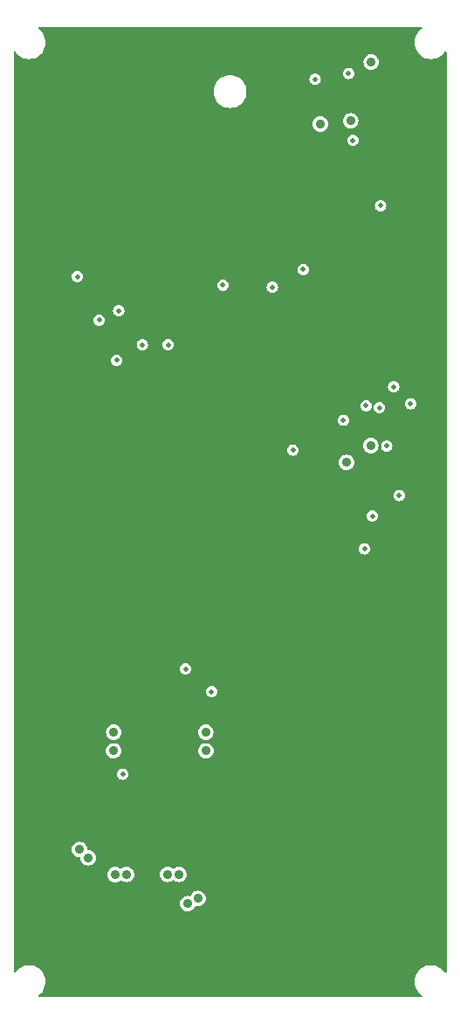
<source format=gbr>
%TF.GenerationSoftware,KiCad,Pcbnew,7.0.6*%
%TF.CreationDate,2023-12-03T11:26:54-05:00*%
%TF.ProjectId,oe-commutator-controller,6f652d63-6f6d-46d7-9574-61746f722d63,C*%
%TF.SameCoordinates,Original*%
%TF.FileFunction,Copper,L3,Inr*%
%TF.FilePolarity,Positive*%
%FSLAX46Y46*%
G04 Gerber Fmt 4.6, Leading zero omitted, Abs format (unit mm)*
G04 Created by KiCad (PCBNEW 7.0.6) date 2023-12-03 11:26:54*
%MOMM*%
%LPD*%
G01*
G04 APERTURE LIST*
%TA.AperFunction,ViaPad*%
%ADD10C,0.900000*%
%TD*%
%TA.AperFunction,ViaPad*%
%ADD11C,0.500000*%
%TD*%
G04 APERTURE END LIST*
D10*
%TO.N,/OB2*%
X108900000Y-134200000D03*
%TO.N,/OA1*%
X120400000Y-138950000D03*
X119400000Y-139450000D03*
%TO.N,/OA2*%
X118550000Y-136600000D03*
%TO.N,/OB1*%
X113450000Y-136600000D03*
%TO.N,VCC*%
X135200000Y-63600000D03*
X137200000Y-57900000D03*
X132250500Y-63900000D03*
D11*
%TO.N,GND*%
X127466568Y-106232072D03*
X115000000Y-123250000D03*
X122200000Y-140600000D03*
X137700000Y-99000000D03*
X120000000Y-64300000D03*
X127400000Y-123100000D03*
X110050000Y-127600000D03*
X109100000Y-120000000D03*
X115900000Y-124750000D03*
X126900000Y-122000000D03*
X139000000Y-125600000D03*
X118400000Y-125500000D03*
X122200000Y-117900000D03*
X138200000Y-109600000D03*
X129800000Y-90900000D03*
X131000000Y-142000000D03*
X133000000Y-106500000D03*
X113800000Y-79600000D03*
X115000000Y-122500000D03*
X129900000Y-89600000D03*
X139300000Y-141400000D03*
X140600000Y-66200000D03*
X141200000Y-120100000D03*
X110300000Y-74600000D03*
X139600000Y-73000000D03*
X115250000Y-131550000D03*
X113550000Y-132800000D03*
X121800000Y-127000000D03*
X108200000Y-138200000D03*
X132000000Y-144800000D03*
X111950000Y-131300000D03*
X124200000Y-123900000D03*
X124300000Y-115600000D03*
X117500000Y-125500000D03*
X108400000Y-85650000D03*
X118000000Y-138200000D03*
X138600000Y-64400000D03*
X139700000Y-122500000D03*
X113400000Y-144800000D03*
X116700000Y-125500000D03*
X115000000Y-124000000D03*
X139800000Y-113800000D03*
X111100000Y-120400000D03*
X115800000Y-143000000D03*
X124050000Y-126600000D03*
X134200000Y-60000000D03*
X105850000Y-124500000D03*
X113300000Y-129200000D03*
X119200000Y-135000000D03*
X118400000Y-124000000D03*
X129100000Y-58700000D03*
X138200000Y-111000000D03*
X105850000Y-123000000D03*
X111600000Y-138400000D03*
X115900000Y-123250000D03*
X120100000Y-58900000D03*
X129200000Y-63800000D03*
X116700000Y-124750000D03*
X106000000Y-127000000D03*
X134200000Y-60800000D03*
X106000000Y-118400000D03*
X111600000Y-74800000D03*
X115000000Y-124750000D03*
X112400000Y-121400000D03*
X128400000Y-61200000D03*
X140800000Y-102400000D03*
X106100000Y-100700000D03*
X115900000Y-124000000D03*
X134300000Y-105300000D03*
X106400000Y-142800000D03*
X109300000Y-68000000D03*
X132500000Y-122900000D03*
X107457097Y-114019260D03*
X133400000Y-60000000D03*
X123393706Y-74851949D03*
X132300000Y-89700000D03*
X111100000Y-119200000D03*
X113600000Y-131550000D03*
X111000000Y-77800000D03*
X118700000Y-77500000D03*
X111850000Y-129200000D03*
X116693763Y-58550624D03*
X130300000Y-72400000D03*
X126321294Y-70061350D03*
X127000000Y-76100000D03*
X139400000Y-65200000D03*
X138600000Y-98150000D03*
X140400000Y-83300000D03*
X140300000Y-105000000D03*
X140200000Y-141400000D03*
X132000000Y-62800000D03*
X136800000Y-99000000D03*
X109507864Y-59006871D03*
X128600000Y-142300000D03*
X128300000Y-129800000D03*
X125000000Y-138800000D03*
X137600000Y-62100000D03*
X140600000Y-65200000D03*
X106600000Y-61600000D03*
X134200000Y-109100000D03*
X111598999Y-62732893D03*
X115800000Y-141200000D03*
X115100000Y-132750000D03*
X111050000Y-96900000D03*
X123650000Y-123250000D03*
X117500000Y-122500000D03*
X111000000Y-134300000D03*
X134300000Y-107900000D03*
X138600000Y-62100000D03*
X140600000Y-95700000D03*
X109200000Y-123750000D03*
X126100000Y-119400000D03*
X118000000Y-63200000D03*
X141800000Y-113000000D03*
X110600000Y-143200000D03*
X109550000Y-103050000D03*
X139600000Y-109800000D03*
X117600000Y-133100000D03*
X117500000Y-123250000D03*
X121000000Y-81600000D03*
X123500000Y-96800000D03*
X131100000Y-89500000D03*
X106600000Y-121000000D03*
X118400000Y-122500000D03*
X124100000Y-127500000D03*
X138400000Y-67600000D03*
X115900000Y-125500000D03*
X141100000Y-60100000D03*
X138600000Y-99000000D03*
X110000000Y-129900000D03*
X122600000Y-135000000D03*
X107200000Y-81200000D03*
X109300000Y-77500000D03*
X133200000Y-92200000D03*
X120924464Y-120988114D03*
X117500000Y-124750000D03*
X123950000Y-130500000D03*
X122400000Y-83400000D03*
X105850000Y-123750000D03*
X127750000Y-124500000D03*
X141600000Y-110200000D03*
X128300000Y-133900000D03*
X131500000Y-120100000D03*
X121200000Y-63300000D03*
X136800000Y-98150000D03*
X137700000Y-98150000D03*
X127021996Y-142211146D03*
X108200000Y-76400000D03*
X138000000Y-112600000D03*
X120000000Y-142000000D03*
X138100000Y-145000000D03*
X121800000Y-120400000D03*
X106600000Y-107400000D03*
X130400000Y-113900000D03*
X130200000Y-137900000D03*
X106200000Y-90400000D03*
X119600000Y-121600000D03*
X118000000Y-72600000D03*
X109200000Y-124500000D03*
X141015563Y-107406878D03*
X133500000Y-126700000D03*
X113800000Y-121600000D03*
X132200000Y-92400000D03*
X135200000Y-142800000D03*
X131600000Y-76600000D03*
X125600000Y-144600000D03*
X139000000Y-80200000D03*
X123600000Y-132000000D03*
X137300000Y-69200000D03*
X133400000Y-116500000D03*
X135900000Y-61800000D03*
X136400000Y-72800000D03*
X141300000Y-62000000D03*
X123800000Y-106900000D03*
X136100000Y-131500000D03*
X117600000Y-131500000D03*
X109200000Y-123000000D03*
X125200000Y-142400000D03*
X132600000Y-60800000D03*
X112250000Y-132600000D03*
X136100000Y-135200000D03*
X115800000Y-139600000D03*
X112550000Y-102450000D03*
X112100000Y-76900000D03*
X108200000Y-145000000D03*
X112300000Y-127500000D03*
X131000000Y-92100000D03*
X126000000Y-64300000D03*
X106000000Y-139800000D03*
X118400000Y-144800000D03*
X121300000Y-64100000D03*
X113800000Y-126400000D03*
X137200000Y-120000000D03*
X115900000Y-122500000D03*
X108600000Y-75000000D03*
X140100000Y-84800000D03*
X136600000Y-103100000D03*
X138800000Y-83600000D03*
X111100000Y-112100000D03*
X119300000Y-133100000D03*
X116000000Y-105400000D03*
X128100000Y-126600000D03*
X108400000Y-140800000D03*
X118400000Y-124750000D03*
X116200000Y-90900000D03*
X118400000Y-123250000D03*
X141000000Y-141400000D03*
X117500000Y-124000000D03*
X140400000Y-80600000D03*
X123800000Y-90300000D03*
X139100000Y-108200000D03*
X113800000Y-111400000D03*
X117400000Y-135200000D03*
X126900000Y-72800000D03*
X133400000Y-60850000D03*
X139800000Y-59900000D03*
X124100000Y-86400000D03*
X109450000Y-113100000D03*
X127000000Y-115800000D03*
X116100000Y-114600000D03*
X132600000Y-60000000D03*
X134400000Y-106500000D03*
X115000000Y-125500000D03*
X123600000Y-101500000D03*
X139800000Y-78400000D03*
X110200000Y-132300000D03*
X131700000Y-82000000D03*
X120000000Y-120500000D03*
X139900000Y-61300000D03*
X141600000Y-65000000D03*
X128122482Y-137995081D03*
X134800000Y-95400000D03*
X122150000Y-131900000D03*
X106500000Y-95600000D03*
X138800000Y-76300000D03*
X116700000Y-123250000D03*
X109550000Y-93050000D03*
X106400000Y-136600000D03*
X121300000Y-64900000D03*
X113600000Y-135000000D03*
X124000000Y-129050000D03*
X106000000Y-132200000D03*
X121140299Y-72683619D03*
X123100000Y-115800000D03*
X113200000Y-59000000D03*
X137700000Y-63400000D03*
X141000000Y-113800000D03*
X141000000Y-109600000D03*
X129800000Y-92100000D03*
X126100000Y-118400000D03*
X113900000Y-67100000D03*
X136000000Y-64700000D03*
X118100000Y-67900000D03*
X126000000Y-120500000D03*
X127300000Y-98700000D03*
X125400000Y-125100000D03*
X119300000Y-131500000D03*
X136200000Y-76400000D03*
X136700000Y-61800000D03*
X116700000Y-122500000D03*
X127400000Y-59050000D03*
X122000000Y-144800000D03*
X125100000Y-140800000D03*
X138800000Y-113400000D03*
X116700000Y-124000000D03*
%TO.N,+3.3V*%
X122800000Y-79500000D03*
X127600000Y-79700000D03*
D10*
%TO.N,/OA2*%
X117450000Y-136600000D03*
X121162500Y-124649500D03*
%TO.N,/OA1*%
X121150000Y-122850500D03*
%TO.N,/OB1*%
X112350000Y-136650000D03*
X112212500Y-122850500D03*
%TO.N,/OB2*%
X112200000Y-124650000D03*
X109750000Y-135000000D03*
D11*
%TO.N,/LTC44_{VMID}*%
X129600000Y-95500000D03*
X136550000Y-105050000D03*
%TO.N,/LTC44_{EN}*%
X136700000Y-91200000D03*
X139900000Y-99900000D03*
%TO.N,/LTC44_{~{PFO}}*%
X138700000Y-95100000D03*
X138000000Y-91400000D03*
D10*
%TO.N,Net-(U5-VMID)*%
X134800000Y-96700000D03*
X137148833Y-95058568D03*
D11*
%TO.N,/CW*%
X138100000Y-71800000D03*
%TO.N,/MODE*%
X135410000Y-65490000D03*
%TO.N,/CCW*%
X112700000Y-82000000D03*
%TO.N,/STOP*%
X121700000Y-118900000D03*
%TO.N,Net-(S5-A)*%
X141000000Y-91000000D03*
X130600000Y-78000000D03*
X139375000Y-89375000D03*
X108700000Y-78700000D03*
%TO.N,/IS31_{EN}*%
X135000000Y-59000000D03*
X131750000Y-59549500D03*
%TO.N,/TMC_{EN}*%
X113100000Y-126900000D03*
X119200000Y-116700000D03*
%TO.N,/SCLK*%
X117500000Y-85300000D03*
X110800000Y-82900000D03*
%TO.N,/TMC_{STEP}*%
X115000000Y-85300000D03*
X112500000Y-86800000D03*
%TO.N,/LTC44_{CURR}*%
X137300000Y-101900000D03*
X134500000Y-92600000D03*
%TD*%
%TA.AperFunction,Conductor*%
%TO.N,GND*%
G36*
X142090958Y-54519407D02*
G01*
X142126922Y-54568907D01*
X142126922Y-54630093D01*
X142090958Y-54679593D01*
X142084495Y-54683911D01*
X142056343Y-54701162D01*
X142056335Y-54701168D01*
X141864785Y-54864767D01*
X141864767Y-54864785D01*
X141701168Y-55056335D01*
X141701162Y-55056343D01*
X141569535Y-55271137D01*
X141569532Y-55271143D01*
X141473127Y-55503886D01*
X141414316Y-55748853D01*
X141394551Y-56000000D01*
X141414316Y-56251146D01*
X141473127Y-56496113D01*
X141569532Y-56728856D01*
X141569535Y-56728862D01*
X141701162Y-56943656D01*
X141701168Y-56943664D01*
X141714662Y-56959464D01*
X141864776Y-57135224D01*
X141864782Y-57135229D01*
X141864785Y-57135232D01*
X141898102Y-57163687D01*
X142056341Y-57298836D01*
X142056343Y-57298837D01*
X142271137Y-57430464D01*
X142271143Y-57430467D01*
X142503887Y-57526872D01*
X142503889Y-57526873D01*
X142748852Y-57585683D01*
X142937118Y-57600500D01*
X142937123Y-57600500D01*
X143062877Y-57600500D01*
X143062882Y-57600500D01*
X143251148Y-57585683D01*
X143496111Y-57526873D01*
X143728859Y-57430466D01*
X143943659Y-57298836D01*
X144135224Y-57135224D01*
X144298836Y-56943659D01*
X144316088Y-56915505D01*
X144362613Y-56875768D01*
X144423610Y-56870967D01*
X144475780Y-56902936D01*
X144499195Y-56959464D01*
X144499500Y-56967232D01*
X144499500Y-146032767D01*
X144480593Y-146090958D01*
X144431093Y-146126922D01*
X144369907Y-146126922D01*
X144320407Y-146090958D01*
X144316089Y-146084495D01*
X144298837Y-146056343D01*
X144298836Y-146056341D01*
X144135224Y-145864776D01*
X144135217Y-145864770D01*
X144135214Y-145864767D01*
X143943664Y-145701168D01*
X143943656Y-145701162D01*
X143728862Y-145569535D01*
X143728856Y-145569532D01*
X143496112Y-145473127D01*
X143496113Y-145473127D01*
X143251146Y-145414316D01*
X143122812Y-145404216D01*
X143062882Y-145399500D01*
X142937118Y-145399500D01*
X142880775Y-145403934D01*
X142748853Y-145414316D01*
X142503886Y-145473127D01*
X142271143Y-145569532D01*
X142271137Y-145569535D01*
X142056343Y-145701162D01*
X142056335Y-145701168D01*
X141864785Y-145864767D01*
X141864767Y-145864785D01*
X141701168Y-146056335D01*
X141701162Y-146056343D01*
X141569535Y-146271137D01*
X141569532Y-146271143D01*
X141473127Y-146503886D01*
X141414316Y-146748853D01*
X141394551Y-147000000D01*
X141414316Y-147251146D01*
X141473127Y-147496113D01*
X141569532Y-147728856D01*
X141569535Y-147728862D01*
X141701162Y-147943656D01*
X141701168Y-147943664D01*
X141714662Y-147959464D01*
X141864776Y-148135224D01*
X142056341Y-148298836D01*
X142056343Y-148298837D01*
X142084495Y-148316089D01*
X142124231Y-148362615D01*
X142129032Y-148423611D01*
X142097062Y-148475780D01*
X142040534Y-148499195D01*
X142032767Y-148499500D01*
X104967233Y-148499500D01*
X104909042Y-148480593D01*
X104873078Y-148431093D01*
X104873078Y-148369907D01*
X104909042Y-148320407D01*
X104915505Y-148316089D01*
X104919906Y-148313391D01*
X104943659Y-148298836D01*
X105135224Y-148135224D01*
X105298836Y-147943659D01*
X105430466Y-147728859D01*
X105526873Y-147496111D01*
X105585683Y-147251148D01*
X105605449Y-147000000D01*
X105585683Y-146748852D01*
X105526873Y-146503889D01*
X105430466Y-146271141D01*
X105298836Y-146056341D01*
X105135224Y-145864776D01*
X105135217Y-145864770D01*
X105135214Y-145864767D01*
X104943664Y-145701168D01*
X104943656Y-145701162D01*
X104728862Y-145569535D01*
X104728856Y-145569532D01*
X104496112Y-145473127D01*
X104496113Y-145473127D01*
X104251146Y-145414316D01*
X104122812Y-145404216D01*
X104062882Y-145399500D01*
X103937118Y-145399500D01*
X103880775Y-145403934D01*
X103748853Y-145414316D01*
X103503886Y-145473127D01*
X103271143Y-145569532D01*
X103271137Y-145569535D01*
X103056343Y-145701162D01*
X103056335Y-145701168D01*
X102864785Y-145864767D01*
X102864767Y-145864785D01*
X102701168Y-146056335D01*
X102701162Y-146056343D01*
X102683911Y-146084495D01*
X102637385Y-146124231D01*
X102576389Y-146129032D01*
X102524220Y-146097062D01*
X102500805Y-146040534D01*
X102500500Y-146032767D01*
X102500500Y-139450004D01*
X118644751Y-139450004D01*
X118663685Y-139618053D01*
X118663688Y-139618065D01*
X118719544Y-139777690D01*
X118719544Y-139777691D01*
X118809520Y-139920886D01*
X118809523Y-139920890D01*
X118929110Y-140040477D01*
X119072310Y-140130456D01*
X119136232Y-140152823D01*
X119231934Y-140186311D01*
X119231938Y-140186312D01*
X119231941Y-140186313D01*
X119231942Y-140186313D01*
X119231946Y-140186314D01*
X119399996Y-140205249D01*
X119400000Y-140205249D01*
X119400004Y-140205249D01*
X119568053Y-140186314D01*
X119568055Y-140186313D01*
X119568059Y-140186313D01*
X119727690Y-140130456D01*
X119870890Y-140040477D01*
X119990477Y-139920890D01*
X120080456Y-139777690D01*
X120092769Y-139742498D01*
X120129833Y-139693820D01*
X120188433Y-139676223D01*
X120218912Y-139681754D01*
X120231937Y-139686312D01*
X120231940Y-139686312D01*
X120231941Y-139686313D01*
X120231942Y-139686313D01*
X120231946Y-139686314D01*
X120399996Y-139705249D01*
X120400000Y-139705249D01*
X120400004Y-139705249D01*
X120568053Y-139686314D01*
X120568055Y-139686313D01*
X120568059Y-139686313D01*
X120727690Y-139630456D01*
X120870890Y-139540477D01*
X120990477Y-139420890D01*
X121080456Y-139277690D01*
X121136313Y-139118059D01*
X121155249Y-138950000D01*
X121155249Y-138949995D01*
X121136314Y-138781946D01*
X121136311Y-138781934D01*
X121092769Y-138657500D01*
X121080456Y-138622310D01*
X120990477Y-138479110D01*
X120870890Y-138359523D01*
X120870887Y-138359521D01*
X120870886Y-138359520D01*
X120727691Y-138269544D01*
X120568065Y-138213688D01*
X120568053Y-138213685D01*
X120400004Y-138194751D01*
X120399996Y-138194751D01*
X120231946Y-138213685D01*
X120231934Y-138213688D01*
X120072309Y-138269544D01*
X120072308Y-138269544D01*
X119929113Y-138359520D01*
X119809520Y-138479113D01*
X119719544Y-138622308D01*
X119707230Y-138657500D01*
X119670164Y-138706180D01*
X119611564Y-138723776D01*
X119581092Y-138718247D01*
X119568056Y-138713686D01*
X119568057Y-138713686D01*
X119400004Y-138694751D01*
X119399996Y-138694751D01*
X119231946Y-138713685D01*
X119231934Y-138713688D01*
X119072309Y-138769544D01*
X119072308Y-138769544D01*
X118929113Y-138859520D01*
X118809520Y-138979113D01*
X118719544Y-139122308D01*
X118719544Y-139122309D01*
X118663688Y-139281934D01*
X118663685Y-139281946D01*
X118644751Y-139449995D01*
X118644751Y-139450004D01*
X102500500Y-139450004D01*
X102500500Y-136650004D01*
X111594751Y-136650004D01*
X111613685Y-136818053D01*
X111613688Y-136818065D01*
X111669544Y-136977690D01*
X111669544Y-136977691D01*
X111753539Y-137111367D01*
X111759523Y-137120890D01*
X111879110Y-137240477D01*
X112022310Y-137330456D01*
X112086232Y-137352823D01*
X112181934Y-137386311D01*
X112181938Y-137386312D01*
X112181941Y-137386313D01*
X112181942Y-137386313D01*
X112181946Y-137386314D01*
X112349996Y-137405249D01*
X112350000Y-137405249D01*
X112350004Y-137405249D01*
X112518053Y-137386314D01*
X112518055Y-137386313D01*
X112518059Y-137386313D01*
X112677690Y-137330456D01*
X112820890Y-137240477D01*
X112856825Y-137204541D01*
X112911340Y-137176766D01*
X112971772Y-137186337D01*
X112979498Y-137190721D01*
X113001495Y-137204543D01*
X113122310Y-137280456D01*
X113186232Y-137302823D01*
X113281934Y-137336311D01*
X113281938Y-137336312D01*
X113281941Y-137336313D01*
X113281942Y-137336313D01*
X113281946Y-137336314D01*
X113449996Y-137355249D01*
X113450000Y-137355249D01*
X113450004Y-137355249D01*
X113618053Y-137336314D01*
X113618055Y-137336313D01*
X113618059Y-137336313D01*
X113777690Y-137280456D01*
X113920890Y-137190477D01*
X114040477Y-137070890D01*
X114130456Y-136927690D01*
X114186313Y-136768059D01*
X114199615Y-136650004D01*
X114205249Y-136600004D01*
X116694751Y-136600004D01*
X116713685Y-136768053D01*
X116713688Y-136768065D01*
X116769544Y-136927690D01*
X116769544Y-136927691D01*
X116859520Y-137070886D01*
X116859523Y-137070890D01*
X116979110Y-137190477D01*
X117122310Y-137280456D01*
X117186232Y-137302823D01*
X117281934Y-137336311D01*
X117281938Y-137336312D01*
X117281941Y-137336313D01*
X117281942Y-137336313D01*
X117281946Y-137336314D01*
X117449996Y-137355249D01*
X117450000Y-137355249D01*
X117450004Y-137355249D01*
X117618053Y-137336314D01*
X117618055Y-137336313D01*
X117618059Y-137336313D01*
X117777690Y-137280456D01*
X117920890Y-137190477D01*
X117929993Y-137181373D01*
X117984509Y-137153593D01*
X118044942Y-137163163D01*
X118069999Y-137181367D01*
X118079110Y-137190477D01*
X118222310Y-137280456D01*
X118286232Y-137302823D01*
X118381934Y-137336311D01*
X118381938Y-137336312D01*
X118381941Y-137336313D01*
X118381942Y-137336313D01*
X118381946Y-137336314D01*
X118549996Y-137355249D01*
X118550000Y-137355249D01*
X118550004Y-137355249D01*
X118718053Y-137336314D01*
X118718055Y-137336313D01*
X118718059Y-137336313D01*
X118877690Y-137280456D01*
X119020890Y-137190477D01*
X119140477Y-137070890D01*
X119230456Y-136927690D01*
X119286313Y-136768059D01*
X119299615Y-136650004D01*
X119305249Y-136600004D01*
X119305249Y-136599995D01*
X119286314Y-136431946D01*
X119286311Y-136431934D01*
X119263480Y-136366690D01*
X119230456Y-136272310D01*
X119140477Y-136129110D01*
X119020890Y-136009523D01*
X119020887Y-136009521D01*
X119020886Y-136009520D01*
X118877691Y-135919544D01*
X118718065Y-135863688D01*
X118718053Y-135863685D01*
X118550004Y-135844751D01*
X118549996Y-135844751D01*
X118381946Y-135863685D01*
X118381934Y-135863688D01*
X118222309Y-135919544D01*
X118222308Y-135919544D01*
X118079113Y-136009520D01*
X118079107Y-136009525D01*
X118070001Y-136018631D01*
X118015483Y-136046407D01*
X117955052Y-136036833D01*
X117929996Y-136018629D01*
X117920889Y-136009522D01*
X117777691Y-135919544D01*
X117618065Y-135863688D01*
X117618053Y-135863685D01*
X117450004Y-135844751D01*
X117449996Y-135844751D01*
X117281946Y-135863685D01*
X117281934Y-135863688D01*
X117122309Y-135919544D01*
X117122308Y-135919544D01*
X116979113Y-136009520D01*
X116859520Y-136129113D01*
X116769544Y-136272308D01*
X116769544Y-136272309D01*
X116713688Y-136431934D01*
X116713685Y-136431946D01*
X116694751Y-136599995D01*
X116694751Y-136600004D01*
X114205249Y-136600004D01*
X114205249Y-136599995D01*
X114186314Y-136431946D01*
X114186311Y-136431934D01*
X114163480Y-136366690D01*
X114130456Y-136272310D01*
X114040477Y-136129110D01*
X113920890Y-136009523D01*
X113920887Y-136009521D01*
X113920886Y-136009520D01*
X113777691Y-135919544D01*
X113618065Y-135863688D01*
X113618053Y-135863685D01*
X113450004Y-135844751D01*
X113449996Y-135844751D01*
X113281946Y-135863685D01*
X113281934Y-135863688D01*
X113122309Y-135919544D01*
X113122308Y-135919544D01*
X112979113Y-136009520D01*
X112979107Y-136009525D01*
X112943174Y-136045457D01*
X112888657Y-136073234D01*
X112828225Y-136063661D01*
X112820501Y-136059278D01*
X112677691Y-135969544D01*
X112518065Y-135913688D01*
X112518053Y-135913685D01*
X112350004Y-135894751D01*
X112349996Y-135894751D01*
X112181946Y-135913685D01*
X112181934Y-135913688D01*
X112022309Y-135969544D01*
X112022308Y-135969544D01*
X111879113Y-136059520D01*
X111759520Y-136179113D01*
X111669544Y-136322308D01*
X111669544Y-136322309D01*
X111613688Y-136481934D01*
X111613685Y-136481946D01*
X111594751Y-136649995D01*
X111594751Y-136650004D01*
X102500500Y-136650004D01*
X102500500Y-134200004D01*
X108144751Y-134200004D01*
X108163685Y-134368053D01*
X108163688Y-134368065D01*
X108219544Y-134527690D01*
X108219544Y-134527691D01*
X108220436Y-134529110D01*
X108309523Y-134670890D01*
X108429110Y-134790477D01*
X108572310Y-134880456D01*
X108636232Y-134902823D01*
X108731934Y-134936311D01*
X108731938Y-134936312D01*
X108731941Y-134936313D01*
X108731942Y-134936313D01*
X108731946Y-134936314D01*
X108899996Y-134955249D01*
X108901237Y-134955249D01*
X108901895Y-134955463D01*
X108905525Y-134955872D01*
X108905441Y-134956615D01*
X108959428Y-134974156D01*
X108995392Y-135023656D01*
X108999614Y-135043164D01*
X109013685Y-135168053D01*
X109013688Y-135168065D01*
X109069544Y-135327690D01*
X109069544Y-135327691D01*
X109159520Y-135470886D01*
X109159523Y-135470890D01*
X109279110Y-135590477D01*
X109422310Y-135680456D01*
X109486232Y-135702823D01*
X109581934Y-135736311D01*
X109581938Y-135736312D01*
X109581941Y-135736313D01*
X109581942Y-135736313D01*
X109581946Y-135736314D01*
X109749996Y-135755249D01*
X109750000Y-135755249D01*
X109750004Y-135755249D01*
X109918053Y-135736314D01*
X109918055Y-135736313D01*
X109918059Y-135736313D01*
X110077690Y-135680456D01*
X110220890Y-135590477D01*
X110340477Y-135470890D01*
X110430456Y-135327690D01*
X110486313Y-135168059D01*
X110505249Y-135000000D01*
X110505249Y-134999995D01*
X110486314Y-134831946D01*
X110486311Y-134831934D01*
X110463480Y-134766690D01*
X110430456Y-134672310D01*
X110340477Y-134529110D01*
X110220890Y-134409523D01*
X110220887Y-134409521D01*
X110220886Y-134409520D01*
X110077691Y-134319544D01*
X109918065Y-134263688D01*
X109918053Y-134263685D01*
X109750004Y-134244751D01*
X109748763Y-134244751D01*
X109748104Y-134244536D01*
X109744475Y-134244128D01*
X109744558Y-134243384D01*
X109690572Y-134225844D01*
X109654608Y-134176344D01*
X109650386Y-134156836D01*
X109636314Y-134031946D01*
X109636311Y-134031934D01*
X109613480Y-133966690D01*
X109580456Y-133872310D01*
X109490477Y-133729110D01*
X109370890Y-133609523D01*
X109370887Y-133609521D01*
X109370886Y-133609520D01*
X109227691Y-133519544D01*
X109068065Y-133463688D01*
X109068053Y-133463685D01*
X108900004Y-133444751D01*
X108899996Y-133444751D01*
X108731946Y-133463685D01*
X108731934Y-133463688D01*
X108572309Y-133519544D01*
X108572308Y-133519544D01*
X108429113Y-133609520D01*
X108309520Y-133729113D01*
X108219544Y-133872308D01*
X108219544Y-133872309D01*
X108163688Y-134031934D01*
X108163685Y-134031946D01*
X108144751Y-134199995D01*
X108144751Y-134200004D01*
X102500500Y-134200004D01*
X102500500Y-126900000D01*
X112544750Y-126900000D01*
X112563669Y-127043708D01*
X112563670Y-127043709D01*
X112619139Y-127177625D01*
X112707379Y-127292621D01*
X112822375Y-127380861D01*
X112956291Y-127436330D01*
X113100000Y-127455250D01*
X113243709Y-127436330D01*
X113377625Y-127380861D01*
X113492621Y-127292621D01*
X113580861Y-127177625D01*
X113636330Y-127043709D01*
X113655250Y-126900000D01*
X113636330Y-126756291D01*
X113580861Y-126622375D01*
X113492621Y-126507379D01*
X113377625Y-126419139D01*
X113377621Y-126419137D01*
X113243709Y-126363670D01*
X113243708Y-126363669D01*
X113100000Y-126344750D01*
X112956291Y-126363669D01*
X112956290Y-126363670D01*
X112822378Y-126419137D01*
X112822374Y-126419139D01*
X112707381Y-126507377D01*
X112707377Y-126507381D01*
X112619139Y-126622374D01*
X112619137Y-126622378D01*
X112563670Y-126756290D01*
X112563669Y-126756291D01*
X112544750Y-126899999D01*
X112544750Y-126900000D01*
X102500500Y-126900000D01*
X102500500Y-124650004D01*
X111444751Y-124650004D01*
X111463685Y-124818053D01*
X111463688Y-124818065D01*
X111519544Y-124977690D01*
X111519544Y-124977691D01*
X111609520Y-125120886D01*
X111609523Y-125120890D01*
X111729110Y-125240477D01*
X111729112Y-125240478D01*
X111729113Y-125240479D01*
X111871512Y-125329955D01*
X111872310Y-125330456D01*
X111936232Y-125352823D01*
X112031934Y-125386311D01*
X112031938Y-125386312D01*
X112031941Y-125386313D01*
X112031942Y-125386313D01*
X112031946Y-125386314D01*
X112199996Y-125405249D01*
X112200000Y-125405249D01*
X112200004Y-125405249D01*
X112368053Y-125386314D01*
X112368055Y-125386313D01*
X112368059Y-125386313D01*
X112527690Y-125330456D01*
X112670890Y-125240477D01*
X112790477Y-125120890D01*
X112880456Y-124977690D01*
X112936313Y-124818059D01*
X112936369Y-124817565D01*
X112955249Y-124650004D01*
X112955249Y-124649995D01*
X112955194Y-124649504D01*
X120407251Y-124649504D01*
X120426185Y-124817553D01*
X120426188Y-124817565D01*
X120482044Y-124977190D01*
X120482044Y-124977191D01*
X120572020Y-125120386D01*
X120572023Y-125120390D01*
X120691610Y-125239977D01*
X120834810Y-125329956D01*
X120898732Y-125352323D01*
X120994434Y-125385811D01*
X120994438Y-125385812D01*
X120994441Y-125385813D01*
X120994442Y-125385813D01*
X120994446Y-125385814D01*
X121162496Y-125404749D01*
X121162500Y-125404749D01*
X121162504Y-125404749D01*
X121330553Y-125385814D01*
X121330555Y-125385813D01*
X121330559Y-125385813D01*
X121490190Y-125329956D01*
X121633390Y-125239977D01*
X121752977Y-125120390D01*
X121842956Y-124977190D01*
X121898813Y-124817559D01*
X121898814Y-124817553D01*
X121917749Y-124649504D01*
X121917749Y-124649495D01*
X121898814Y-124481446D01*
X121898811Y-124481434D01*
X121875980Y-124416190D01*
X121842956Y-124321810D01*
X121752977Y-124178610D01*
X121633390Y-124059023D01*
X121633387Y-124059021D01*
X121633386Y-124059020D01*
X121490191Y-123969044D01*
X121330565Y-123913188D01*
X121330553Y-123913185D01*
X121162504Y-123894251D01*
X121162496Y-123894251D01*
X120994446Y-123913185D01*
X120994434Y-123913188D01*
X120834809Y-123969044D01*
X120834808Y-123969044D01*
X120691613Y-124059020D01*
X120572020Y-124178613D01*
X120482044Y-124321808D01*
X120482044Y-124321809D01*
X120426188Y-124481434D01*
X120426185Y-124481446D01*
X120407251Y-124649495D01*
X120407251Y-124649504D01*
X112955194Y-124649504D01*
X112936314Y-124481946D01*
X112936311Y-124481934D01*
X112913480Y-124416690D01*
X112880456Y-124322310D01*
X112790477Y-124179110D01*
X112670890Y-124059523D01*
X112670887Y-124059521D01*
X112670886Y-124059520D01*
X112527691Y-123969544D01*
X112368065Y-123913688D01*
X112368053Y-123913685D01*
X112200004Y-123894751D01*
X112199996Y-123894751D01*
X112031946Y-123913685D01*
X112031934Y-123913688D01*
X111872309Y-123969544D01*
X111872308Y-123969544D01*
X111729113Y-124059520D01*
X111609520Y-124179113D01*
X111519544Y-124322308D01*
X111519544Y-124322309D01*
X111463688Y-124481934D01*
X111463685Y-124481946D01*
X111444751Y-124649995D01*
X111444751Y-124650004D01*
X102500500Y-124650004D01*
X102500500Y-122850504D01*
X111457251Y-122850504D01*
X111476185Y-123018553D01*
X111476188Y-123018565D01*
X111532044Y-123178190D01*
X111532044Y-123178191D01*
X111622020Y-123321386D01*
X111622023Y-123321390D01*
X111741610Y-123440977D01*
X111884810Y-123530956D01*
X111948732Y-123553323D01*
X112044434Y-123586811D01*
X112044438Y-123586812D01*
X112044441Y-123586813D01*
X112044442Y-123586813D01*
X112044446Y-123586814D01*
X112212496Y-123605749D01*
X112212500Y-123605749D01*
X112212504Y-123605749D01*
X112380553Y-123586814D01*
X112380555Y-123586813D01*
X112380559Y-123586813D01*
X112540190Y-123530956D01*
X112683390Y-123440977D01*
X112802977Y-123321390D01*
X112892956Y-123178190D01*
X112948813Y-123018559D01*
X112967749Y-122850504D01*
X120394751Y-122850504D01*
X120413685Y-123018553D01*
X120413688Y-123018565D01*
X120469544Y-123178190D01*
X120469544Y-123178191D01*
X120559520Y-123321386D01*
X120559523Y-123321390D01*
X120679110Y-123440977D01*
X120822310Y-123530956D01*
X120886232Y-123553323D01*
X120981934Y-123586811D01*
X120981938Y-123586812D01*
X120981941Y-123586813D01*
X120981942Y-123586813D01*
X120981946Y-123586814D01*
X121149996Y-123605749D01*
X121150000Y-123605749D01*
X121150004Y-123605749D01*
X121318053Y-123586814D01*
X121318055Y-123586813D01*
X121318059Y-123586813D01*
X121477690Y-123530956D01*
X121620890Y-123440977D01*
X121740477Y-123321390D01*
X121830456Y-123178190D01*
X121886313Y-123018559D01*
X121905249Y-122850500D01*
X121905249Y-122850495D01*
X121886314Y-122682446D01*
X121886311Y-122682434D01*
X121863480Y-122617190D01*
X121830456Y-122522810D01*
X121740477Y-122379610D01*
X121620890Y-122260023D01*
X121620887Y-122260021D01*
X121620886Y-122260020D01*
X121477691Y-122170044D01*
X121318065Y-122114188D01*
X121318053Y-122114185D01*
X121150004Y-122095251D01*
X121149996Y-122095251D01*
X120981946Y-122114185D01*
X120981934Y-122114188D01*
X120822309Y-122170044D01*
X120822308Y-122170044D01*
X120679113Y-122260020D01*
X120559520Y-122379613D01*
X120469544Y-122522808D01*
X120469544Y-122522809D01*
X120413688Y-122682434D01*
X120413685Y-122682446D01*
X120394751Y-122850495D01*
X120394751Y-122850504D01*
X112967749Y-122850504D01*
X112967749Y-122850500D01*
X112967749Y-122850495D01*
X112948814Y-122682446D01*
X112948811Y-122682434D01*
X112925980Y-122617190D01*
X112892956Y-122522810D01*
X112802977Y-122379610D01*
X112683390Y-122260023D01*
X112683387Y-122260021D01*
X112683386Y-122260020D01*
X112540191Y-122170044D01*
X112380565Y-122114188D01*
X112380553Y-122114185D01*
X112212504Y-122095251D01*
X112212496Y-122095251D01*
X112044446Y-122114185D01*
X112044434Y-122114188D01*
X111884809Y-122170044D01*
X111884808Y-122170044D01*
X111741613Y-122260020D01*
X111622020Y-122379613D01*
X111532044Y-122522808D01*
X111532044Y-122522809D01*
X111476188Y-122682434D01*
X111476185Y-122682446D01*
X111457251Y-122850495D01*
X111457251Y-122850504D01*
X102500500Y-122850504D01*
X102500500Y-118900000D01*
X121144750Y-118900000D01*
X121163669Y-119043708D01*
X121163670Y-119043709D01*
X121219139Y-119177625D01*
X121307379Y-119292621D01*
X121422375Y-119380861D01*
X121556291Y-119436330D01*
X121699999Y-119455250D01*
X121699999Y-119455249D01*
X121700000Y-119455250D01*
X121843709Y-119436330D01*
X121977625Y-119380861D01*
X122092621Y-119292621D01*
X122180861Y-119177625D01*
X122236330Y-119043709D01*
X122255250Y-118900000D01*
X122236330Y-118756291D01*
X122180861Y-118622375D01*
X122092621Y-118507379D01*
X121977625Y-118419139D01*
X121977621Y-118419137D01*
X121843709Y-118363670D01*
X121843708Y-118363669D01*
X121700000Y-118344750D01*
X121556291Y-118363669D01*
X121556290Y-118363670D01*
X121422378Y-118419137D01*
X121422374Y-118419139D01*
X121307381Y-118507377D01*
X121307377Y-118507381D01*
X121219139Y-118622374D01*
X121219137Y-118622378D01*
X121163670Y-118756290D01*
X121163669Y-118756291D01*
X121144750Y-118899999D01*
X121144750Y-118900000D01*
X102500500Y-118900000D01*
X102500500Y-116700000D01*
X118644750Y-116700000D01*
X118663669Y-116843708D01*
X118663670Y-116843709D01*
X118719139Y-116977625D01*
X118807379Y-117092621D01*
X118922375Y-117180861D01*
X119056291Y-117236330D01*
X119200000Y-117255250D01*
X119343709Y-117236330D01*
X119477625Y-117180861D01*
X119592621Y-117092621D01*
X119680861Y-116977625D01*
X119736330Y-116843709D01*
X119755250Y-116700000D01*
X119736330Y-116556291D01*
X119680861Y-116422375D01*
X119592621Y-116307379D01*
X119477625Y-116219139D01*
X119477621Y-116219137D01*
X119343709Y-116163670D01*
X119343708Y-116163669D01*
X119200000Y-116144750D01*
X119056291Y-116163669D01*
X119056290Y-116163670D01*
X118922378Y-116219137D01*
X118922374Y-116219139D01*
X118807381Y-116307377D01*
X118807377Y-116307381D01*
X118719139Y-116422374D01*
X118719137Y-116422378D01*
X118663670Y-116556290D01*
X118663669Y-116556291D01*
X118644750Y-116699999D01*
X118644750Y-116700000D01*
X102500500Y-116700000D01*
X102500500Y-105050000D01*
X135994750Y-105050000D01*
X136013669Y-105193708D01*
X136013670Y-105193709D01*
X136069139Y-105327625D01*
X136157379Y-105442621D01*
X136272375Y-105530861D01*
X136406291Y-105586330D01*
X136550000Y-105605250D01*
X136693709Y-105586330D01*
X136827625Y-105530861D01*
X136942621Y-105442621D01*
X137030861Y-105327625D01*
X137086330Y-105193709D01*
X137105250Y-105050000D01*
X137086330Y-104906291D01*
X137030861Y-104772375D01*
X136942621Y-104657379D01*
X136827625Y-104569139D01*
X136827621Y-104569137D01*
X136693709Y-104513670D01*
X136693708Y-104513669D01*
X136550000Y-104494750D01*
X136406291Y-104513669D01*
X136406290Y-104513670D01*
X136272378Y-104569137D01*
X136272374Y-104569139D01*
X136157381Y-104657377D01*
X136157377Y-104657381D01*
X136069139Y-104772374D01*
X136069137Y-104772378D01*
X136013670Y-104906290D01*
X136013669Y-104906291D01*
X135994750Y-105049999D01*
X135994750Y-105050000D01*
X102500500Y-105050000D01*
X102500500Y-101900000D01*
X136744750Y-101900000D01*
X136763669Y-102043708D01*
X136763670Y-102043709D01*
X136819139Y-102177625D01*
X136907379Y-102292621D01*
X137022375Y-102380861D01*
X137156291Y-102436330D01*
X137299999Y-102455250D01*
X137299999Y-102455249D01*
X137300000Y-102455250D01*
X137443709Y-102436330D01*
X137577625Y-102380861D01*
X137692621Y-102292621D01*
X137780861Y-102177625D01*
X137836330Y-102043709D01*
X137855250Y-101900000D01*
X137836330Y-101756291D01*
X137780861Y-101622375D01*
X137692621Y-101507379D01*
X137577625Y-101419139D01*
X137577621Y-101419137D01*
X137443709Y-101363670D01*
X137443708Y-101363669D01*
X137300000Y-101344750D01*
X137156291Y-101363669D01*
X137156290Y-101363670D01*
X137022378Y-101419137D01*
X137022374Y-101419139D01*
X136907381Y-101507377D01*
X136907377Y-101507381D01*
X136819139Y-101622374D01*
X136819137Y-101622378D01*
X136763670Y-101756290D01*
X136763669Y-101756291D01*
X136744750Y-101899999D01*
X136744750Y-101900000D01*
X102500500Y-101900000D01*
X102500500Y-99900000D01*
X139344750Y-99900000D01*
X139363669Y-100043708D01*
X139363670Y-100043709D01*
X139419139Y-100177625D01*
X139507379Y-100292621D01*
X139622375Y-100380861D01*
X139756291Y-100436330D01*
X139899999Y-100455250D01*
X139899999Y-100455249D01*
X139900000Y-100455250D01*
X140043709Y-100436330D01*
X140177625Y-100380861D01*
X140292621Y-100292621D01*
X140380861Y-100177625D01*
X140436330Y-100043709D01*
X140455250Y-99900000D01*
X140436330Y-99756291D01*
X140380861Y-99622375D01*
X140292621Y-99507379D01*
X140177625Y-99419139D01*
X140177621Y-99419137D01*
X140043709Y-99363670D01*
X140043708Y-99363669D01*
X139900000Y-99344750D01*
X139756291Y-99363669D01*
X139756290Y-99363670D01*
X139622378Y-99419137D01*
X139622374Y-99419139D01*
X139507381Y-99507377D01*
X139507377Y-99507381D01*
X139419139Y-99622374D01*
X139419137Y-99622378D01*
X139363670Y-99756290D01*
X139363669Y-99756291D01*
X139344750Y-99899999D01*
X139344750Y-99900000D01*
X102500500Y-99900000D01*
X102500500Y-96700004D01*
X134044751Y-96700004D01*
X134063685Y-96868053D01*
X134063688Y-96868065D01*
X134119544Y-97027690D01*
X134119544Y-97027691D01*
X134209520Y-97170886D01*
X134209523Y-97170890D01*
X134329110Y-97290477D01*
X134472310Y-97380456D01*
X134536232Y-97402823D01*
X134631934Y-97436311D01*
X134631938Y-97436312D01*
X134631941Y-97436313D01*
X134631942Y-97436313D01*
X134631946Y-97436314D01*
X134799996Y-97455249D01*
X134800000Y-97455249D01*
X134800004Y-97455249D01*
X134968053Y-97436314D01*
X134968055Y-97436313D01*
X134968059Y-97436313D01*
X135127690Y-97380456D01*
X135270890Y-97290477D01*
X135390477Y-97170890D01*
X135480456Y-97027690D01*
X135536313Y-96868059D01*
X135555249Y-96700000D01*
X135555249Y-96699995D01*
X135536314Y-96531946D01*
X135536311Y-96531934D01*
X135513480Y-96466690D01*
X135480456Y-96372310D01*
X135390477Y-96229110D01*
X135270890Y-96109523D01*
X135270887Y-96109521D01*
X135270886Y-96109520D01*
X135127691Y-96019544D01*
X134968065Y-95963688D01*
X134968053Y-95963685D01*
X134800004Y-95944751D01*
X134799996Y-95944751D01*
X134631946Y-95963685D01*
X134631934Y-95963688D01*
X134472309Y-96019544D01*
X134472308Y-96019544D01*
X134329113Y-96109520D01*
X134209520Y-96229113D01*
X134119544Y-96372308D01*
X134119544Y-96372309D01*
X134063688Y-96531934D01*
X134063685Y-96531946D01*
X134044751Y-96699995D01*
X134044751Y-96700004D01*
X102500500Y-96700004D01*
X102500500Y-95500000D01*
X129044750Y-95500000D01*
X129063669Y-95643708D01*
X129063670Y-95643709D01*
X129119139Y-95777625D01*
X129207379Y-95892621D01*
X129322375Y-95980861D01*
X129456291Y-96036330D01*
X129600000Y-96055250D01*
X129743709Y-96036330D01*
X129877625Y-95980861D01*
X129992621Y-95892621D01*
X130080861Y-95777625D01*
X130136330Y-95643709D01*
X130155250Y-95500000D01*
X130136330Y-95356291D01*
X130080861Y-95222375D01*
X129992621Y-95107379D01*
X129929015Y-95058572D01*
X136393584Y-95058572D01*
X136412518Y-95226621D01*
X136412521Y-95226633D01*
X136468377Y-95386258D01*
X136468377Y-95386259D01*
X136539846Y-95500000D01*
X136558356Y-95529458D01*
X136677943Y-95649045D01*
X136821143Y-95739024D01*
X136885065Y-95761391D01*
X136980767Y-95794879D01*
X136980771Y-95794880D01*
X136980774Y-95794881D01*
X136980775Y-95794881D01*
X136980779Y-95794882D01*
X137148829Y-95813817D01*
X137148833Y-95813817D01*
X137148837Y-95813817D01*
X137316886Y-95794882D01*
X137316888Y-95794881D01*
X137316892Y-95794881D01*
X137476523Y-95739024D01*
X137619723Y-95649045D01*
X137739310Y-95529458D01*
X137829289Y-95386258D01*
X137885146Y-95226627D01*
X137885625Y-95222375D01*
X137899414Y-95100000D01*
X138144750Y-95100000D01*
X138163669Y-95243708D01*
X138163670Y-95243709D01*
X138219139Y-95377625D01*
X138307379Y-95492621D01*
X138422375Y-95580861D01*
X138556291Y-95636330D01*
X138700000Y-95655250D01*
X138843709Y-95636330D01*
X138977625Y-95580861D01*
X139092621Y-95492621D01*
X139180861Y-95377625D01*
X139236330Y-95243709D01*
X139255250Y-95100000D01*
X139236330Y-94956291D01*
X139180861Y-94822375D01*
X139092621Y-94707379D01*
X138977625Y-94619139D01*
X138977621Y-94619137D01*
X138843709Y-94563670D01*
X138843708Y-94563669D01*
X138700000Y-94544750D01*
X138556291Y-94563669D01*
X138556290Y-94563670D01*
X138422378Y-94619137D01*
X138422374Y-94619139D01*
X138307381Y-94707377D01*
X138307377Y-94707381D01*
X138219139Y-94822374D01*
X138219137Y-94822378D01*
X138163670Y-94956290D01*
X138163669Y-94956291D01*
X138144750Y-95099999D01*
X138144750Y-95100000D01*
X137899414Y-95100000D01*
X137904082Y-95058572D01*
X137904082Y-95058563D01*
X137885147Y-94890514D01*
X137885144Y-94890502D01*
X137861305Y-94822374D01*
X137829289Y-94730878D01*
X137759078Y-94619139D01*
X137739312Y-94587681D01*
X137739311Y-94587680D01*
X137739310Y-94587678D01*
X137619723Y-94468091D01*
X137619720Y-94468089D01*
X137619719Y-94468088D01*
X137476524Y-94378112D01*
X137316898Y-94322256D01*
X137316886Y-94322253D01*
X137148837Y-94303319D01*
X137148829Y-94303319D01*
X136980779Y-94322253D01*
X136980767Y-94322256D01*
X136821142Y-94378112D01*
X136821141Y-94378112D01*
X136677946Y-94468088D01*
X136558353Y-94587681D01*
X136468377Y-94730876D01*
X136468377Y-94730877D01*
X136412521Y-94890502D01*
X136412518Y-94890514D01*
X136393584Y-95058563D01*
X136393584Y-95058572D01*
X129929015Y-95058572D01*
X129877625Y-95019139D01*
X129877621Y-95019137D01*
X129743709Y-94963670D01*
X129743708Y-94963669D01*
X129600000Y-94944750D01*
X129456291Y-94963669D01*
X129456290Y-94963670D01*
X129322378Y-95019137D01*
X129322374Y-95019139D01*
X129207381Y-95107377D01*
X129207377Y-95107381D01*
X129119139Y-95222374D01*
X129119137Y-95222378D01*
X129063670Y-95356290D01*
X129063669Y-95356291D01*
X129044750Y-95499999D01*
X129044750Y-95500000D01*
X102500500Y-95500000D01*
X102500500Y-92600000D01*
X133944750Y-92600000D01*
X133963669Y-92743708D01*
X133963670Y-92743709D01*
X134019139Y-92877625D01*
X134107379Y-92992621D01*
X134222375Y-93080861D01*
X134356291Y-93136330D01*
X134500000Y-93155250D01*
X134643709Y-93136330D01*
X134777625Y-93080861D01*
X134892621Y-92992621D01*
X134980861Y-92877625D01*
X135036330Y-92743709D01*
X135055250Y-92600000D01*
X135036330Y-92456291D01*
X134980861Y-92322375D01*
X134892621Y-92207379D01*
X134777625Y-92119139D01*
X134777621Y-92119137D01*
X134643709Y-92063670D01*
X134643708Y-92063669D01*
X134500000Y-92044750D01*
X134356291Y-92063669D01*
X134356290Y-92063670D01*
X134222378Y-92119137D01*
X134222374Y-92119139D01*
X134107381Y-92207377D01*
X134107377Y-92207381D01*
X134019139Y-92322374D01*
X134019137Y-92322378D01*
X133963670Y-92456290D01*
X133963669Y-92456291D01*
X133944750Y-92599999D01*
X133944750Y-92600000D01*
X102500500Y-92600000D01*
X102500500Y-91200000D01*
X136144750Y-91200000D01*
X136163669Y-91343708D01*
X136163670Y-91343709D01*
X136219139Y-91477625D01*
X136307379Y-91592621D01*
X136422375Y-91680861D01*
X136556291Y-91736330D01*
X136699999Y-91755250D01*
X136699999Y-91755249D01*
X136700000Y-91755250D01*
X136843709Y-91736330D01*
X136977625Y-91680861D01*
X137092621Y-91592621D01*
X137180861Y-91477625D01*
X137213014Y-91400000D01*
X137444750Y-91400000D01*
X137463669Y-91543708D01*
X137463670Y-91543709D01*
X137519139Y-91677625D01*
X137607379Y-91792621D01*
X137722375Y-91880861D01*
X137856291Y-91936330D01*
X137999999Y-91955250D01*
X137999999Y-91955249D01*
X138000000Y-91955250D01*
X138143709Y-91936330D01*
X138277625Y-91880861D01*
X138392621Y-91792621D01*
X138480861Y-91677625D01*
X138536330Y-91543709D01*
X138555250Y-91400000D01*
X138536330Y-91256291D01*
X138480861Y-91122375D01*
X138392621Y-91007379D01*
X138383005Y-91000000D01*
X140444750Y-91000000D01*
X140463669Y-91143708D01*
X140463670Y-91143709D01*
X140519139Y-91277625D01*
X140607379Y-91392621D01*
X140722375Y-91480861D01*
X140856291Y-91536330D01*
X141000000Y-91555250D01*
X141143709Y-91536330D01*
X141277625Y-91480861D01*
X141392621Y-91392621D01*
X141480861Y-91277625D01*
X141536330Y-91143709D01*
X141555250Y-91000000D01*
X141536330Y-90856291D01*
X141480861Y-90722375D01*
X141392621Y-90607379D01*
X141277625Y-90519139D01*
X141277621Y-90519137D01*
X141143709Y-90463670D01*
X141143708Y-90463669D01*
X141000000Y-90444750D01*
X140856291Y-90463669D01*
X140856290Y-90463670D01*
X140722378Y-90519137D01*
X140722374Y-90519139D01*
X140607381Y-90607377D01*
X140607377Y-90607381D01*
X140519139Y-90722374D01*
X140519137Y-90722378D01*
X140463670Y-90856290D01*
X140463669Y-90856291D01*
X140444750Y-90999999D01*
X140444750Y-91000000D01*
X138383005Y-91000000D01*
X138277625Y-90919139D01*
X138277621Y-90919137D01*
X138143709Y-90863670D01*
X138143708Y-90863669D01*
X138000000Y-90844750D01*
X137856291Y-90863669D01*
X137856290Y-90863670D01*
X137722378Y-90919137D01*
X137722374Y-90919139D01*
X137607381Y-91007377D01*
X137607377Y-91007381D01*
X137519139Y-91122374D01*
X137519137Y-91122378D01*
X137463670Y-91256290D01*
X137463669Y-91256291D01*
X137444750Y-91399999D01*
X137444750Y-91400000D01*
X137213014Y-91400000D01*
X137236330Y-91343709D01*
X137255250Y-91200000D01*
X137236330Y-91056291D01*
X137180861Y-90922375D01*
X137092621Y-90807379D01*
X136977625Y-90719139D01*
X136977621Y-90719137D01*
X136843709Y-90663670D01*
X136843708Y-90663669D01*
X136700000Y-90644750D01*
X136556291Y-90663669D01*
X136556290Y-90663670D01*
X136422378Y-90719137D01*
X136422374Y-90719139D01*
X136307381Y-90807377D01*
X136307377Y-90807381D01*
X136219139Y-90922374D01*
X136219137Y-90922378D01*
X136163670Y-91056290D01*
X136163669Y-91056291D01*
X136144750Y-91199999D01*
X136144750Y-91200000D01*
X102500500Y-91200000D01*
X102500500Y-89375000D01*
X138819750Y-89375000D01*
X138838669Y-89518708D01*
X138838670Y-89518709D01*
X138894139Y-89652625D01*
X138982379Y-89767621D01*
X139097375Y-89855861D01*
X139231291Y-89911330D01*
X139375000Y-89930250D01*
X139518709Y-89911330D01*
X139652625Y-89855861D01*
X139767621Y-89767621D01*
X139855861Y-89652625D01*
X139911330Y-89518709D01*
X139930250Y-89375000D01*
X139911330Y-89231291D01*
X139855861Y-89097375D01*
X139767621Y-88982379D01*
X139652625Y-88894139D01*
X139652621Y-88894137D01*
X139518709Y-88838670D01*
X139518708Y-88838669D01*
X139375000Y-88819750D01*
X139231291Y-88838669D01*
X139231290Y-88838670D01*
X139097378Y-88894137D01*
X139097374Y-88894139D01*
X138982381Y-88982377D01*
X138982377Y-88982381D01*
X138894139Y-89097374D01*
X138894137Y-89097378D01*
X138838670Y-89231290D01*
X138838669Y-89231291D01*
X138819750Y-89374999D01*
X138819750Y-89375000D01*
X102500500Y-89375000D01*
X102500500Y-86800000D01*
X111944750Y-86800000D01*
X111963669Y-86943708D01*
X111963670Y-86943709D01*
X112019139Y-87077625D01*
X112107379Y-87192621D01*
X112222375Y-87280861D01*
X112356291Y-87336330D01*
X112499999Y-87355250D01*
X112499999Y-87355249D01*
X112500000Y-87355250D01*
X112643709Y-87336330D01*
X112777625Y-87280861D01*
X112892621Y-87192621D01*
X112980861Y-87077625D01*
X113036330Y-86943709D01*
X113055250Y-86800000D01*
X113036330Y-86656291D01*
X112980861Y-86522375D01*
X112892621Y-86407379D01*
X112777625Y-86319139D01*
X112777621Y-86319137D01*
X112643709Y-86263670D01*
X112643708Y-86263669D01*
X112500000Y-86244750D01*
X112356291Y-86263669D01*
X112356290Y-86263670D01*
X112222378Y-86319137D01*
X112222374Y-86319139D01*
X112107381Y-86407377D01*
X112107377Y-86407381D01*
X112019139Y-86522374D01*
X112019137Y-86522378D01*
X111963670Y-86656290D01*
X111963669Y-86656291D01*
X111944750Y-86799999D01*
X111944750Y-86800000D01*
X102500500Y-86800000D01*
X102500500Y-85300000D01*
X114444750Y-85300000D01*
X114463669Y-85443708D01*
X114463670Y-85443709D01*
X114519139Y-85577625D01*
X114607379Y-85692621D01*
X114722375Y-85780861D01*
X114856291Y-85836330D01*
X115000000Y-85855250D01*
X115143709Y-85836330D01*
X115277625Y-85780861D01*
X115392621Y-85692621D01*
X115480861Y-85577625D01*
X115536330Y-85443709D01*
X115555250Y-85300000D01*
X116944750Y-85300000D01*
X116963669Y-85443708D01*
X116963670Y-85443709D01*
X117019139Y-85577625D01*
X117107379Y-85692621D01*
X117222375Y-85780861D01*
X117356291Y-85836330D01*
X117500000Y-85855250D01*
X117643709Y-85836330D01*
X117777625Y-85780861D01*
X117892621Y-85692621D01*
X117980861Y-85577625D01*
X118036330Y-85443709D01*
X118055250Y-85300000D01*
X118036330Y-85156291D01*
X117980861Y-85022375D01*
X117892621Y-84907379D01*
X117777625Y-84819139D01*
X117777621Y-84819137D01*
X117643709Y-84763670D01*
X117643708Y-84763669D01*
X117500000Y-84744750D01*
X117356291Y-84763669D01*
X117356290Y-84763670D01*
X117222378Y-84819137D01*
X117222374Y-84819139D01*
X117107381Y-84907377D01*
X117107377Y-84907381D01*
X117019139Y-85022374D01*
X117019137Y-85022378D01*
X116963670Y-85156290D01*
X116963669Y-85156291D01*
X116944750Y-85299999D01*
X116944750Y-85300000D01*
X115555250Y-85300000D01*
X115536330Y-85156291D01*
X115480861Y-85022375D01*
X115392621Y-84907379D01*
X115277625Y-84819139D01*
X115277621Y-84819137D01*
X115143709Y-84763670D01*
X115143708Y-84763669D01*
X115000000Y-84744750D01*
X114856291Y-84763669D01*
X114856290Y-84763670D01*
X114722378Y-84819137D01*
X114722374Y-84819139D01*
X114607381Y-84907377D01*
X114607377Y-84907381D01*
X114519139Y-85022374D01*
X114519137Y-85022378D01*
X114463670Y-85156290D01*
X114463669Y-85156291D01*
X114444750Y-85299999D01*
X114444750Y-85300000D01*
X102500500Y-85300000D01*
X102500500Y-82900000D01*
X110244750Y-82900000D01*
X110263669Y-83043708D01*
X110263670Y-83043709D01*
X110319139Y-83177625D01*
X110407379Y-83292621D01*
X110522375Y-83380861D01*
X110656291Y-83436330D01*
X110800000Y-83455250D01*
X110943709Y-83436330D01*
X111077625Y-83380861D01*
X111192621Y-83292621D01*
X111280861Y-83177625D01*
X111336330Y-83043709D01*
X111355250Y-82900000D01*
X111336330Y-82756291D01*
X111280861Y-82622375D01*
X111192621Y-82507379D01*
X111077625Y-82419139D01*
X111077621Y-82419137D01*
X110943709Y-82363670D01*
X110943708Y-82363669D01*
X110800000Y-82344750D01*
X110656291Y-82363669D01*
X110656290Y-82363670D01*
X110522378Y-82419137D01*
X110522374Y-82419139D01*
X110407381Y-82507377D01*
X110407377Y-82507381D01*
X110319139Y-82622374D01*
X110319137Y-82622378D01*
X110263670Y-82756290D01*
X110263669Y-82756291D01*
X110244750Y-82899999D01*
X110244750Y-82900000D01*
X102500500Y-82900000D01*
X102500500Y-82000000D01*
X112144750Y-82000000D01*
X112163669Y-82143708D01*
X112163670Y-82143709D01*
X112219139Y-82277625D01*
X112307379Y-82392621D01*
X112422375Y-82480861D01*
X112556291Y-82536330D01*
X112699999Y-82555250D01*
X112699999Y-82555249D01*
X112700000Y-82555250D01*
X112843709Y-82536330D01*
X112977625Y-82480861D01*
X113092621Y-82392621D01*
X113180861Y-82277625D01*
X113236330Y-82143709D01*
X113255250Y-82000000D01*
X113236330Y-81856291D01*
X113180861Y-81722375D01*
X113092621Y-81607379D01*
X112977625Y-81519139D01*
X112977621Y-81519137D01*
X112843709Y-81463670D01*
X112843708Y-81463669D01*
X112700000Y-81444750D01*
X112556291Y-81463669D01*
X112556290Y-81463670D01*
X112422378Y-81519137D01*
X112422374Y-81519139D01*
X112307381Y-81607377D01*
X112307377Y-81607381D01*
X112219139Y-81722374D01*
X112219137Y-81722378D01*
X112163670Y-81856290D01*
X112163669Y-81856291D01*
X112144750Y-81999999D01*
X112144750Y-82000000D01*
X102500500Y-82000000D01*
X102500500Y-79500000D01*
X122244750Y-79500000D01*
X122263669Y-79643708D01*
X122263670Y-79643709D01*
X122319139Y-79777625D01*
X122407379Y-79892621D01*
X122522375Y-79980861D01*
X122656291Y-80036330D01*
X122800000Y-80055250D01*
X122943709Y-80036330D01*
X123077625Y-79980861D01*
X123192621Y-79892621D01*
X123280861Y-79777625D01*
X123313014Y-79700000D01*
X127044750Y-79700000D01*
X127063669Y-79843708D01*
X127063670Y-79843709D01*
X127119139Y-79977625D01*
X127207379Y-80092621D01*
X127322375Y-80180861D01*
X127456291Y-80236330D01*
X127600000Y-80255250D01*
X127743709Y-80236330D01*
X127877625Y-80180861D01*
X127992621Y-80092621D01*
X128080861Y-79977625D01*
X128136330Y-79843709D01*
X128155250Y-79700000D01*
X128136330Y-79556291D01*
X128080861Y-79422375D01*
X127992621Y-79307379D01*
X127877625Y-79219139D01*
X127877621Y-79219137D01*
X127743709Y-79163670D01*
X127743708Y-79163669D01*
X127600000Y-79144750D01*
X127456291Y-79163669D01*
X127456290Y-79163670D01*
X127322378Y-79219137D01*
X127322374Y-79219139D01*
X127207381Y-79307377D01*
X127207377Y-79307381D01*
X127119139Y-79422374D01*
X127119137Y-79422378D01*
X127063670Y-79556290D01*
X127063669Y-79556291D01*
X127044750Y-79699999D01*
X127044750Y-79700000D01*
X123313014Y-79700000D01*
X123336330Y-79643709D01*
X123355250Y-79500000D01*
X123336330Y-79356291D01*
X123280861Y-79222375D01*
X123192621Y-79107379D01*
X123077625Y-79019139D01*
X123077621Y-79019137D01*
X122943709Y-78963670D01*
X122943708Y-78963669D01*
X122800000Y-78944750D01*
X122656291Y-78963669D01*
X122656290Y-78963670D01*
X122522378Y-79019137D01*
X122522374Y-79019139D01*
X122407381Y-79107377D01*
X122407377Y-79107381D01*
X122319139Y-79222374D01*
X122319137Y-79222378D01*
X122263670Y-79356290D01*
X122263669Y-79356291D01*
X122244750Y-79499999D01*
X122244750Y-79500000D01*
X102500500Y-79500000D01*
X102500500Y-78700000D01*
X108144750Y-78700000D01*
X108163669Y-78843708D01*
X108163670Y-78843709D01*
X108213358Y-78963670D01*
X108219139Y-78977625D01*
X108307379Y-79092621D01*
X108422375Y-79180861D01*
X108556291Y-79236330D01*
X108699999Y-79255250D01*
X108699999Y-79255249D01*
X108700000Y-79255250D01*
X108843709Y-79236330D01*
X108977625Y-79180861D01*
X109092621Y-79092621D01*
X109180861Y-78977625D01*
X109236330Y-78843709D01*
X109255250Y-78700000D01*
X109236330Y-78556291D01*
X109180861Y-78422375D01*
X109092621Y-78307379D01*
X108977625Y-78219139D01*
X108977621Y-78219137D01*
X108843709Y-78163670D01*
X108843708Y-78163669D01*
X108700000Y-78144750D01*
X108556291Y-78163669D01*
X108556290Y-78163670D01*
X108422378Y-78219137D01*
X108422374Y-78219139D01*
X108307381Y-78307377D01*
X108307377Y-78307381D01*
X108219139Y-78422374D01*
X108219137Y-78422378D01*
X108163670Y-78556290D01*
X108163669Y-78556291D01*
X108144750Y-78699999D01*
X108144750Y-78700000D01*
X102500500Y-78700000D01*
X102500500Y-78000000D01*
X130044750Y-78000000D01*
X130063669Y-78143708D01*
X130063670Y-78143709D01*
X130094913Y-78219139D01*
X130119139Y-78277625D01*
X130207379Y-78392621D01*
X130322375Y-78480861D01*
X130456291Y-78536330D01*
X130599999Y-78555250D01*
X130599999Y-78555249D01*
X130600000Y-78555250D01*
X130743709Y-78536330D01*
X130877625Y-78480861D01*
X130992621Y-78392621D01*
X131080861Y-78277625D01*
X131136330Y-78143709D01*
X131155250Y-78000000D01*
X131136330Y-77856291D01*
X131080861Y-77722375D01*
X130992621Y-77607379D01*
X130877625Y-77519139D01*
X130877621Y-77519137D01*
X130743709Y-77463670D01*
X130743708Y-77463669D01*
X130600000Y-77444750D01*
X130456291Y-77463669D01*
X130456290Y-77463670D01*
X130322378Y-77519137D01*
X130322374Y-77519139D01*
X130207381Y-77607377D01*
X130207377Y-77607381D01*
X130119139Y-77722374D01*
X130119137Y-77722378D01*
X130063670Y-77856290D01*
X130063669Y-77856291D01*
X130044750Y-77999999D01*
X130044750Y-78000000D01*
X102500500Y-78000000D01*
X102500500Y-71800000D01*
X137544750Y-71800000D01*
X137563669Y-71943708D01*
X137563670Y-71943709D01*
X137619139Y-72077625D01*
X137707379Y-72192621D01*
X137822375Y-72280861D01*
X137956291Y-72336330D01*
X138100000Y-72355250D01*
X138243709Y-72336330D01*
X138377625Y-72280861D01*
X138492621Y-72192621D01*
X138580861Y-72077625D01*
X138636330Y-71943709D01*
X138655250Y-71800000D01*
X138636330Y-71656291D01*
X138580861Y-71522375D01*
X138492621Y-71407379D01*
X138377625Y-71319139D01*
X138377621Y-71319137D01*
X138243709Y-71263670D01*
X138243708Y-71263669D01*
X138100000Y-71244750D01*
X137956291Y-71263669D01*
X137956290Y-71263670D01*
X137822378Y-71319137D01*
X137822374Y-71319139D01*
X137707381Y-71407377D01*
X137707377Y-71407381D01*
X137619139Y-71522374D01*
X137619137Y-71522378D01*
X137563670Y-71656290D01*
X137563669Y-71656291D01*
X137544750Y-71799999D01*
X137544750Y-71800000D01*
X102500500Y-71800000D01*
X102500500Y-65490000D01*
X134854750Y-65490000D01*
X134873669Y-65633708D01*
X134873670Y-65633709D01*
X134929139Y-65767625D01*
X135017379Y-65882621D01*
X135132375Y-65970861D01*
X135266291Y-66026330D01*
X135410000Y-66045250D01*
X135553709Y-66026330D01*
X135687625Y-65970861D01*
X135802621Y-65882621D01*
X135890861Y-65767625D01*
X135946330Y-65633709D01*
X135965250Y-65490000D01*
X135946330Y-65346291D01*
X135890861Y-65212375D01*
X135802621Y-65097379D01*
X135687625Y-65009139D01*
X135687621Y-65009137D01*
X135553709Y-64953670D01*
X135553708Y-64953669D01*
X135410000Y-64934750D01*
X135266291Y-64953669D01*
X135266290Y-64953670D01*
X135132378Y-65009137D01*
X135132374Y-65009139D01*
X135017381Y-65097377D01*
X135017377Y-65097381D01*
X134929139Y-65212374D01*
X134929137Y-65212378D01*
X134873670Y-65346290D01*
X134873669Y-65346291D01*
X134854750Y-65489999D01*
X134854750Y-65490000D01*
X102500500Y-65490000D01*
X102500500Y-63900004D01*
X131495251Y-63900004D01*
X131514185Y-64068053D01*
X131514188Y-64068065D01*
X131570044Y-64227690D01*
X131570044Y-64227691D01*
X131638297Y-64336314D01*
X131660023Y-64370890D01*
X131779610Y-64490477D01*
X131922810Y-64580456D01*
X131986732Y-64602823D01*
X132082434Y-64636311D01*
X132082438Y-64636312D01*
X132082441Y-64636313D01*
X132082442Y-64636313D01*
X132082446Y-64636314D01*
X132250496Y-64655249D01*
X132250500Y-64655249D01*
X132250504Y-64655249D01*
X132418553Y-64636314D01*
X132418555Y-64636313D01*
X132418559Y-64636313D01*
X132578190Y-64580456D01*
X132721390Y-64490477D01*
X132840977Y-64370890D01*
X132930956Y-64227690D01*
X132986813Y-64068059D01*
X133005749Y-63900000D01*
X133005749Y-63899995D01*
X132986814Y-63731946D01*
X132986811Y-63731934D01*
X132940646Y-63600004D01*
X134444751Y-63600004D01*
X134463685Y-63768053D01*
X134463688Y-63768065D01*
X134519544Y-63927690D01*
X134519544Y-63927691D01*
X134609520Y-64070886D01*
X134609523Y-64070890D01*
X134729110Y-64190477D01*
X134872310Y-64280456D01*
X134936232Y-64302823D01*
X135031934Y-64336311D01*
X135031938Y-64336312D01*
X135031941Y-64336313D01*
X135031942Y-64336313D01*
X135031946Y-64336314D01*
X135199996Y-64355249D01*
X135200000Y-64355249D01*
X135200004Y-64355249D01*
X135368053Y-64336314D01*
X135368055Y-64336313D01*
X135368059Y-64336313D01*
X135527690Y-64280456D01*
X135670890Y-64190477D01*
X135790477Y-64070890D01*
X135880456Y-63927690D01*
X135936313Y-63768059D01*
X135940383Y-63731941D01*
X135955249Y-63600004D01*
X135955249Y-63599995D01*
X135936314Y-63431946D01*
X135936311Y-63431934D01*
X135893476Y-63309520D01*
X135880456Y-63272310D01*
X135790477Y-63129110D01*
X135670890Y-63009523D01*
X135670887Y-63009521D01*
X135670886Y-63009520D01*
X135527691Y-62919544D01*
X135368065Y-62863688D01*
X135368053Y-62863685D01*
X135200004Y-62844751D01*
X135199996Y-62844751D01*
X135031946Y-62863685D01*
X135031934Y-62863688D01*
X134872309Y-62919544D01*
X134872308Y-62919544D01*
X134729113Y-63009520D01*
X134609520Y-63129113D01*
X134519544Y-63272308D01*
X134519544Y-63272309D01*
X134463688Y-63431934D01*
X134463685Y-63431946D01*
X134444751Y-63599995D01*
X134444751Y-63600004D01*
X132940646Y-63600004D01*
X132940643Y-63599995D01*
X132930956Y-63572310D01*
X132842751Y-63431934D01*
X132840979Y-63429113D01*
X132840978Y-63429112D01*
X132840977Y-63429110D01*
X132721390Y-63309523D01*
X132721387Y-63309521D01*
X132721386Y-63309520D01*
X132578191Y-63219544D01*
X132418565Y-63163688D01*
X132418553Y-63163685D01*
X132250504Y-63144751D01*
X132250496Y-63144751D01*
X132082446Y-63163685D01*
X132082434Y-63163688D01*
X131922809Y-63219544D01*
X131922808Y-63219544D01*
X131779613Y-63309520D01*
X131660020Y-63429113D01*
X131570044Y-63572308D01*
X131570044Y-63572309D01*
X131514188Y-63731934D01*
X131514185Y-63731946D01*
X131495251Y-63899995D01*
X131495251Y-63900004D01*
X102500500Y-63900004D01*
X102500500Y-60749999D01*
X121900000Y-60749999D01*
X121919698Y-61000293D01*
X121978310Y-61244428D01*
X122074388Y-61476382D01*
X122074394Y-61476394D01*
X122205569Y-61690450D01*
X122205570Y-61690452D01*
X122205571Y-61690454D01*
X122205573Y-61690456D01*
X122368629Y-61881371D01*
X122559544Y-62044427D01*
X122559546Y-62044428D01*
X122559547Y-62044429D01*
X122559549Y-62044430D01*
X122773605Y-62175605D01*
X122773617Y-62175611D01*
X123005571Y-62271689D01*
X123005573Y-62271690D01*
X123249705Y-62330301D01*
X123500000Y-62350000D01*
X123750295Y-62330301D01*
X123994427Y-62271690D01*
X124226385Y-62175610D01*
X124226389Y-62175607D01*
X124226394Y-62175605D01*
X124318912Y-62118908D01*
X124440456Y-62044427D01*
X124631371Y-61881371D01*
X124794427Y-61690456D01*
X124868908Y-61568912D01*
X124925605Y-61476394D01*
X124925607Y-61476389D01*
X124925610Y-61476385D01*
X125021690Y-61244427D01*
X125080301Y-61000295D01*
X125100000Y-60750000D01*
X125080301Y-60499705D01*
X125021690Y-60255573D01*
X124925610Y-60023615D01*
X124925605Y-60023605D01*
X124794430Y-59809549D01*
X124794429Y-59809547D01*
X124794428Y-59809546D01*
X124794427Y-59809544D01*
X124631371Y-59618629D01*
X124631364Y-59618623D01*
X124631361Y-59618620D01*
X124550432Y-59549500D01*
X131194750Y-59549500D01*
X131213669Y-59693208D01*
X131213670Y-59693209D01*
X131269139Y-59827125D01*
X131357379Y-59942121D01*
X131472375Y-60030361D01*
X131606291Y-60085830D01*
X131749999Y-60104750D01*
X131749999Y-60104749D01*
X131750000Y-60104750D01*
X131893709Y-60085830D01*
X132027625Y-60030361D01*
X132142621Y-59942121D01*
X132230861Y-59827125D01*
X132286330Y-59693209D01*
X132305250Y-59549500D01*
X132296213Y-59480862D01*
X132286330Y-59405791D01*
X132230861Y-59271875D01*
X132142621Y-59156879D01*
X132027625Y-59068639D01*
X132027621Y-59068637D01*
X131893709Y-59013170D01*
X131893708Y-59013169D01*
X131793677Y-59000000D01*
X134444750Y-59000000D01*
X134463669Y-59143708D01*
X134463670Y-59143709D01*
X134516758Y-59271878D01*
X134519139Y-59277625D01*
X134607379Y-59392621D01*
X134722375Y-59480861D01*
X134856291Y-59536330D01*
X135000000Y-59555250D01*
X135143709Y-59536330D01*
X135277625Y-59480861D01*
X135392621Y-59392621D01*
X135480861Y-59277625D01*
X135536330Y-59143709D01*
X135555250Y-59000000D01*
X135536330Y-58856291D01*
X135480861Y-58722375D01*
X135392621Y-58607379D01*
X135277625Y-58519139D01*
X135277621Y-58519137D01*
X135143709Y-58463670D01*
X135143708Y-58463669D01*
X135000000Y-58444750D01*
X134856291Y-58463669D01*
X134856290Y-58463670D01*
X134722378Y-58519137D01*
X134722374Y-58519139D01*
X134607381Y-58607377D01*
X134607377Y-58607381D01*
X134519139Y-58722374D01*
X134519137Y-58722378D01*
X134463670Y-58856290D01*
X134463669Y-58856291D01*
X134444750Y-58999999D01*
X134444750Y-59000000D01*
X131793677Y-59000000D01*
X131750000Y-58994250D01*
X131606291Y-59013169D01*
X131606290Y-59013170D01*
X131472378Y-59068637D01*
X131472374Y-59068639D01*
X131357381Y-59156877D01*
X131357377Y-59156881D01*
X131269139Y-59271874D01*
X131269137Y-59271878D01*
X131213670Y-59405790D01*
X131213669Y-59405791D01*
X131194750Y-59549499D01*
X131194750Y-59549500D01*
X124550432Y-59549500D01*
X124531226Y-59533097D01*
X124440456Y-59455573D01*
X124440454Y-59455571D01*
X124440452Y-59455570D01*
X124440450Y-59455569D01*
X124226394Y-59324394D01*
X124226382Y-59324388D01*
X123994428Y-59228310D01*
X123994429Y-59228310D01*
X123750293Y-59169698D01*
X123500000Y-59150000D01*
X123249706Y-59169698D01*
X123005571Y-59228310D01*
X122773617Y-59324388D01*
X122773605Y-59324394D01*
X122559549Y-59455569D01*
X122559547Y-59455570D01*
X122368638Y-59618620D01*
X122368620Y-59618638D01*
X122205570Y-59809547D01*
X122205569Y-59809549D01*
X122074394Y-60023605D01*
X122074388Y-60023617D01*
X121978310Y-60255571D01*
X121919698Y-60499706D01*
X121900000Y-60749999D01*
X102500500Y-60749999D01*
X102500500Y-57900004D01*
X136444751Y-57900004D01*
X136463685Y-58068053D01*
X136463688Y-58068065D01*
X136519544Y-58227690D01*
X136519544Y-58227691D01*
X136609520Y-58370886D01*
X136609523Y-58370890D01*
X136729110Y-58490477D01*
X136872310Y-58580456D01*
X136936232Y-58602823D01*
X137031934Y-58636311D01*
X137031938Y-58636312D01*
X137031941Y-58636313D01*
X137031942Y-58636313D01*
X137031946Y-58636314D01*
X137199996Y-58655249D01*
X137200000Y-58655249D01*
X137200004Y-58655249D01*
X137368053Y-58636314D01*
X137368055Y-58636313D01*
X137368059Y-58636313D01*
X137527690Y-58580456D01*
X137670890Y-58490477D01*
X137790477Y-58370890D01*
X137880456Y-58227690D01*
X137936313Y-58068059D01*
X137955249Y-57900000D01*
X137955249Y-57899995D01*
X137936314Y-57731946D01*
X137936311Y-57731934D01*
X137885135Y-57585683D01*
X137880456Y-57572310D01*
X137790477Y-57429110D01*
X137670890Y-57309523D01*
X137670887Y-57309521D01*
X137670886Y-57309520D01*
X137527691Y-57219544D01*
X137368065Y-57163688D01*
X137368053Y-57163685D01*
X137200004Y-57144751D01*
X137199996Y-57144751D01*
X137031946Y-57163685D01*
X137031934Y-57163688D01*
X136872309Y-57219544D01*
X136872308Y-57219544D01*
X136729113Y-57309520D01*
X136609520Y-57429113D01*
X136519544Y-57572308D01*
X136519544Y-57572309D01*
X136463688Y-57731934D01*
X136463685Y-57731946D01*
X136444751Y-57899995D01*
X136444751Y-57900004D01*
X102500500Y-57900004D01*
X102500500Y-56967232D01*
X102519407Y-56909041D01*
X102568907Y-56873077D01*
X102630093Y-56873077D01*
X102679593Y-56909041D01*
X102683912Y-56915506D01*
X102701161Y-56943655D01*
X102701168Y-56943664D01*
X102714662Y-56959464D01*
X102864776Y-57135224D01*
X102864782Y-57135229D01*
X102864785Y-57135232D01*
X102898102Y-57163687D01*
X103056341Y-57298836D01*
X103056343Y-57298837D01*
X103271137Y-57430464D01*
X103271143Y-57430467D01*
X103503887Y-57526872D01*
X103503889Y-57526873D01*
X103748852Y-57585683D01*
X103937118Y-57600500D01*
X103937123Y-57600500D01*
X104062877Y-57600500D01*
X104062882Y-57600500D01*
X104251148Y-57585683D01*
X104496111Y-57526873D01*
X104728859Y-57430466D01*
X104943659Y-57298836D01*
X105135224Y-57135224D01*
X105298836Y-56943659D01*
X105430466Y-56728859D01*
X105526873Y-56496111D01*
X105585683Y-56251148D01*
X105605449Y-56000000D01*
X105585683Y-55748852D01*
X105526873Y-55503889D01*
X105430466Y-55271141D01*
X105298836Y-55056341D01*
X105135224Y-54864776D01*
X105135217Y-54864770D01*
X105135214Y-54864767D01*
X104943664Y-54701168D01*
X104943656Y-54701162D01*
X104915505Y-54683911D01*
X104875769Y-54637385D01*
X104870968Y-54576389D01*
X104902938Y-54524220D01*
X104959466Y-54500805D01*
X104967233Y-54500500D01*
X142032767Y-54500500D01*
X142090958Y-54519407D01*
G37*
%TD.AperFunction*%
%TD*%
M02*

</source>
